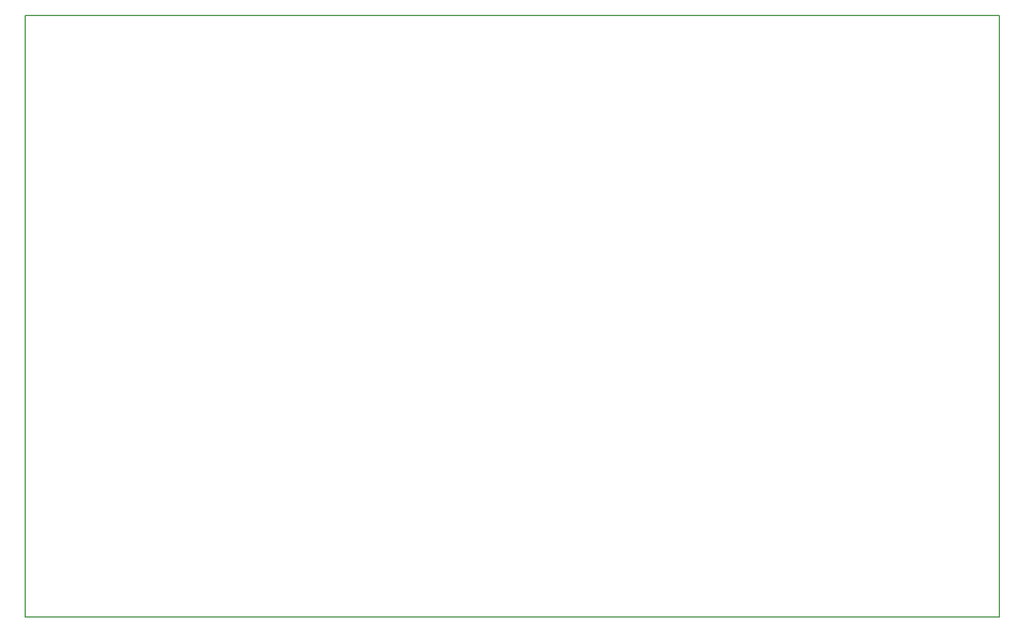
<source format=gm1>
G04*
G04 #@! TF.GenerationSoftware,Altium Limited,Altium Designer,19.1.7 (138)*
G04*
G04 Layer_Color=16711935*
%FSLAX44Y44*%
%MOMM*%
G71*
G01*
G75*
%ADD14C,0.2000*%
D14*
X1440000Y0D02*
Y890000D01*
X0Y0D02*
Y890000D01*
X1440000D01*
X0Y0D02*
X1440000D01*
M02*

</source>
